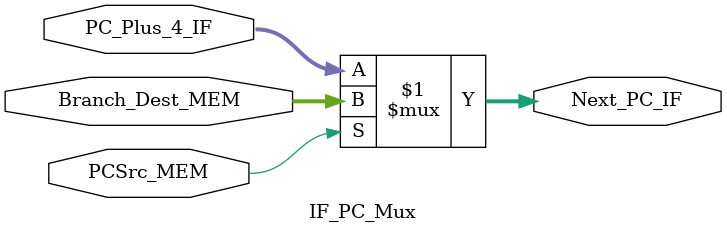
<source format=v>

module IF_PC_Mux(
		 input [31:0] PC_Plus_4_IF,
		 input [31:0] Branch_Dest_MEM,
		 input PCSrc_MEM,
		 output [31:0]Next_PC_IF
		 );

assign Next_PC_IF = PCSrc_MEM ? Branch_Dest_MEM : PC_Plus_4_IF;



   

endmodule // IF_PC_Mux


   
   

</source>
